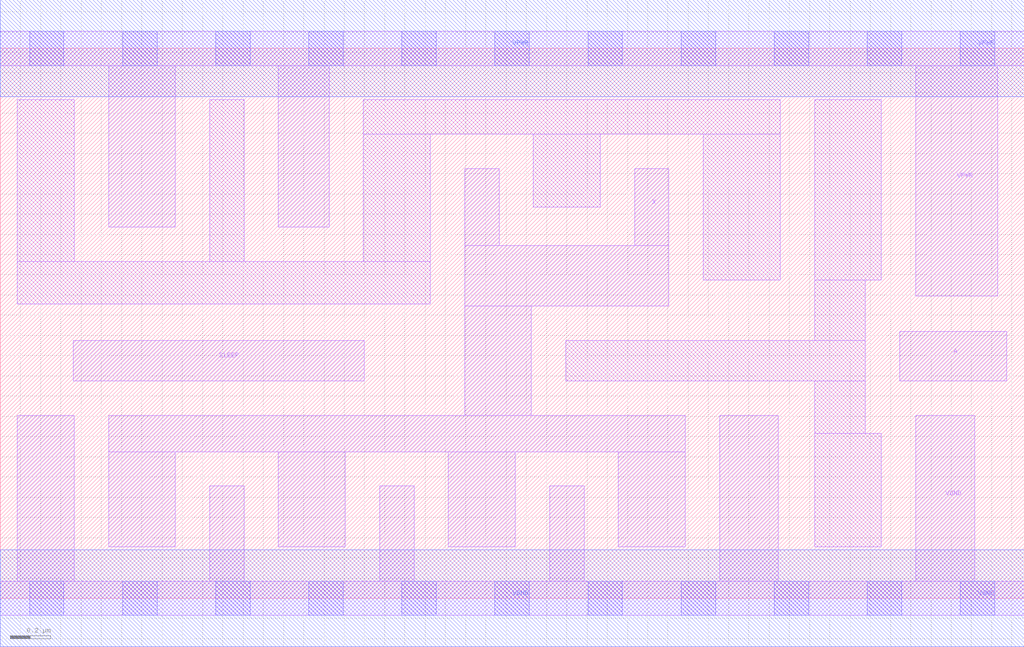
<source format=lef>
# Copyright 2020 The SkyWater PDK Authors
#
# Licensed under the Apache License, Version 2.0 (the "License");
# you may not use this file except in compliance with the License.
# You may obtain a copy of the License at
#
#     https://www.apache.org/licenses/LICENSE-2.0
#
# Unless required by applicable law or agreed to in writing, software
# distributed under the License is distributed on an "AS IS" BASIS,
# WITHOUT WARRANTIES OR CONDITIONS OF ANY KIND, either express or implied.
# See the License for the specific language governing permissions and
# limitations under the License.
#
# SPDX-License-Identifier: Apache-2.0

VERSION 5.7 ;
  NAMESCASESENSITIVE ON ;
  NOWIREEXTENSIONATPIN ON ;
  DIVIDERCHAR "/" ;
  BUSBITCHARS "[]" ;
UNITS
  DATABASE MICRONS 200 ;
END UNITS
MACRO sky130_fd_sc_hd__lpflow_isobufsrc_4
  CLASS CORE ;
  SOURCE USER ;
  FOREIGN sky130_fd_sc_hd__lpflow_isobufsrc_4 ;
  ORIGIN  0.000000  0.000000 ;
  SIZE  5.060000 BY  2.720000 ;
  SYMMETRY X Y R90 ;
  SITE unithd ;
  PIN A
    ANTENNAGATEAREA  0.247500 ;
    DIRECTION INPUT ;
    USE SIGNAL ;
    PORT
      LAYER li1 ;
        RECT 4.445000 1.075000 4.975000 1.320000 ;
    END
  END A
  PIN SLEEP
    ANTENNAGATEAREA  0.990000 ;
    DIRECTION INPUT ;
    USE SIGNAL ;
    PORT
      LAYER li1 ;
        RECT 0.360000 1.075000 1.800000 1.275000 ;
    END
  END SLEEP
  PIN X
    ANTENNADIFFAREA  1.242000 ;
    DIRECTION OUTPUT ;
    USE SIGNAL ;
    PORT
      LAYER li1 ;
        RECT 0.535000 0.255000 0.865000 0.725000 ;
        RECT 0.535000 0.725000 3.385000 0.905000 ;
        RECT 1.375000 0.255000 1.705000 0.725000 ;
        RECT 2.215000 0.255000 2.545000 0.725000 ;
        RECT 2.295000 0.905000 2.625000 1.445000 ;
        RECT 2.295000 1.445000 3.305000 1.745000 ;
        RECT 2.295000 1.745000 2.465000 2.125000 ;
        RECT 3.055000 0.255000 3.385000 0.725000 ;
        RECT 3.135000 1.745000 3.305000 2.125000 ;
    END
  END X
  PIN VGND
    DIRECTION INOUT ;
    SHAPE ABUTMENT ;
    USE GROUND ;
    PORT
      LAYER li1 ;
        RECT 0.000000 -0.085000 5.060000 0.085000 ;
        RECT 0.085000  0.085000 0.365000 0.905000 ;
        RECT 1.035000  0.085000 1.205000 0.555000 ;
        RECT 1.875000  0.085000 2.045000 0.555000 ;
        RECT 2.715000  0.085000 2.885000 0.555000 ;
        RECT 3.555000  0.085000 3.845000 0.905000 ;
        RECT 4.525000  0.085000 4.815000 0.905000 ;
      LAYER mcon ;
        RECT 0.145000 -0.085000 0.315000 0.085000 ;
        RECT 0.605000 -0.085000 0.775000 0.085000 ;
        RECT 1.065000 -0.085000 1.235000 0.085000 ;
        RECT 1.525000 -0.085000 1.695000 0.085000 ;
        RECT 1.985000 -0.085000 2.155000 0.085000 ;
        RECT 2.445000 -0.085000 2.615000 0.085000 ;
        RECT 2.905000 -0.085000 3.075000 0.085000 ;
        RECT 3.365000 -0.085000 3.535000 0.085000 ;
        RECT 3.825000 -0.085000 3.995000 0.085000 ;
        RECT 4.285000 -0.085000 4.455000 0.085000 ;
        RECT 4.745000 -0.085000 4.915000 0.085000 ;
      LAYER met1 ;
        RECT 0.000000 -0.240000 5.060000 0.240000 ;
    END
  END VGND
  PIN VPWR
    DIRECTION INOUT ;
    SHAPE ABUTMENT ;
    USE POWER ;
    PORT
      LAYER li1 ;
        RECT 0.000000 2.635000 5.060000 2.805000 ;
        RECT 0.535000 1.835000 0.865000 2.635000 ;
        RECT 1.375000 1.835000 1.625000 2.635000 ;
        RECT 4.525000 1.495000 4.930000 2.635000 ;
      LAYER mcon ;
        RECT 0.145000 2.635000 0.315000 2.805000 ;
        RECT 0.605000 2.635000 0.775000 2.805000 ;
        RECT 1.065000 2.635000 1.235000 2.805000 ;
        RECT 1.525000 2.635000 1.695000 2.805000 ;
        RECT 1.985000 2.635000 2.155000 2.805000 ;
        RECT 2.445000 2.635000 2.615000 2.805000 ;
        RECT 2.905000 2.635000 3.075000 2.805000 ;
        RECT 3.365000 2.635000 3.535000 2.805000 ;
        RECT 3.825000 2.635000 3.995000 2.805000 ;
        RECT 4.285000 2.635000 4.455000 2.805000 ;
        RECT 4.745000 2.635000 4.915000 2.805000 ;
      LAYER met1 ;
        RECT 0.000000 2.480000 5.060000 2.960000 ;
    END
  END VPWR
  OBS
    LAYER li1 ;
      RECT 0.085000 1.455000 2.125000 1.665000 ;
      RECT 0.085000 1.665000 0.365000 2.465000 ;
      RECT 1.035000 1.665000 1.205000 2.465000 ;
      RECT 1.795000 1.665000 2.125000 2.295000 ;
      RECT 1.795000 2.295000 3.855000 2.465000 ;
      RECT 2.635000 1.935000 2.965000 2.295000 ;
      RECT 2.795000 1.075000 4.275000 1.275000 ;
      RECT 3.475000 1.575000 3.855000 2.295000 ;
      RECT 4.025000 0.255000 4.355000 0.815000 ;
      RECT 4.025000 0.815000 4.275000 1.075000 ;
      RECT 4.025000 1.275000 4.275000 1.575000 ;
      RECT 4.025000 1.575000 4.355000 2.465000 ;
  END
END sky130_fd_sc_hd__lpflow_isobufsrc_4
END LIBRARY

</source>
